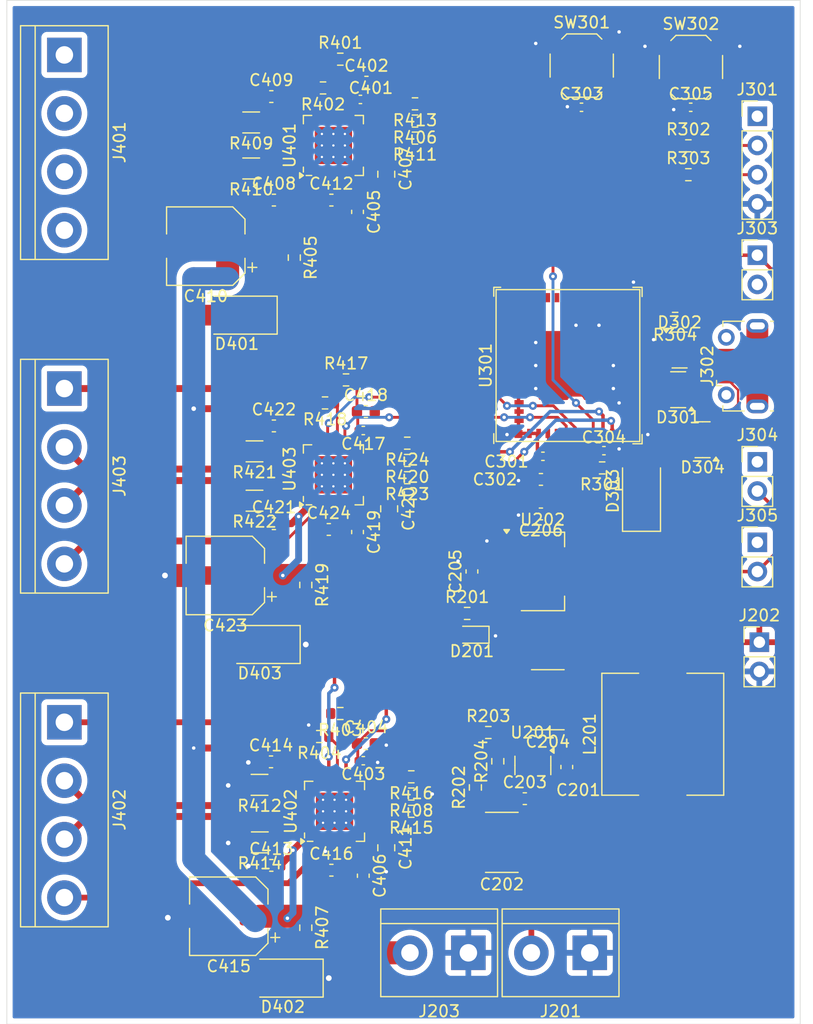
<source format=kicad_pcb>
(kicad_pcb (version 20241229) (generator "pcbnew") (generator_version "9.0")
  (layers (0 "F.Cu" signal) (2 "B.Cu" signal) (13 "F.Paste" user) (15 "B.Paste" user) (5 "F.SilkS" user "F.Silkscreen") (7 "B.SilkS" user "B.Silkscreen") (1 "F.Mask" user) (3 "B.Mask" user) (25 "Edge.Cuts" user))
  (net 0 "")
  (net 1 "+24V")
  (net 2 "GND")
  (net 3 "/Power Supply/BUCK_SW")
  (net 4 "+5V")
  (net 5 "/Power Supply/BUCK_EN")
  (net 6 "/Power Supply/BUCK_FB")
  (net 7 "/Microcontroller/EN")
  (net 8 "/Microcontroller/BOOT")
  (net 9 "/Stepper Drivers/A_VCP")
  (net 10 "/Stepper Drivers/H_VCP")
  (net 11 "/Stepper Drivers/A_VREG")
  (net 12 "/Stepper Drivers/H_VREG")
  (net 13 "/Stepper Drivers/A_CP1")
  (net 14 "/Stepper Drivers/A_CP2")
  (net 15 "/Stepper Drivers/H_CP2")
  (net 16 "/Stepper Drivers/H_CP1")
  (net 17 "/Stepper Drivers/V_VCP")
  (net 18 "/Stepper Drivers/V_VREG")
  (net 19 "/Stepper Drivers/V_CP1")
  (net 20 "/Stepper Drivers/V_CP2")
  (net 21 "/Power Supply/BUCK_BST")
  (net 22 "/Stepper Drivers/A_FLYBACK")
  (net 23 "/Stepper Drivers/H_FLYBACK")
  (net 24 "Net-(D201-A)")
  (net 25 "/Microcontroller/USB_D-")
  (net 26 "/Microcontroller/USB_D+")
  (net 27 "/Microcontroller/+VBUS")
  (net 29 "/Microcontroller/RXD")
  (net 30 "/Microcontroller/TXD")
  (net 40 "/Microcontroller/AGITATION_SWITCH")
  (net 41 "/Microcontroller/VERTICAL_SWITCH")
  (net 42 "/Microcontroller/HORIZONTAL_SWITCH")
  (net 43 "/Stepper Drivers/AGITATE_2A")
  (net 44 "/Stepper Drivers/AGITATE_2B")
  (net 45 "/Stepper Drivers/AGITATE_1B")
  (net 46 "/Stepper Drivers/AGITATE_1A")
  (net 47 "/Stepper Drivers/HORIZONTAL_1A")
  (net 48 "/Stepper Drivers/HORIZONTAL_2A")
  (net 49 "/Stepper Drivers/HORIZONTAL_1B")
  (net 50 "/Stepper Drivers/HORIZONTAL_2B")
  (net 51 "/Stepper Drivers/VERTICAL_1A")
  (net 52 "/Stepper Drivers/VERTICAL_2B")
  (net 53 "/Stepper Drivers/VERTICAL_2A")
  (net 54 "/Stepper Drivers/VERTICAL_1B")
  (net 55 "/Microcontroller/TXD0")
  (net 56 "/Microcontroller/RXD0")
  (net 57 "/Microcontroller/IO8")
  (net 58 "/Stepper Drivers/A_VREF")
  (net 59 "/Stepper Drivers/H_VREF")
  (net 60 "/Stepper Drivers/A_ROSC")
  (net 61 "/Stepper Drivers/H_ROSC")
  (net 62 "/Stepper Drivers/A_SENSE1")
  (net 63 "/Stepper Drivers/A_SENSE2")
  (net 64 "/Stepper Drivers/A_RESET")
  (net 65 "/Stepper Drivers/H_SENSE1")
  (net 66 "/Stepper Drivers/A_SLEEP")
  (net 67 "/Stepper Drivers/H_SENSE2")
  (net 68 "/Stepper Drivers/H_RESET")
  (net 69 "/Stepper Drivers/H_SLEEP")
  (net 70 "/Stepper Drivers/V_VREF")
  (net 71 "/Stepper Drivers/V_ROSC")
  (net 72 "/Stepper Drivers/V_SENSE1")
  (net 73 "/Stepper Drivers/V_SENSE2")
  (net 74 "/Stepper Drivers/V_RESET")
  (net 75 "/Stepper Drivers/V_SLEEP")
  (net 81 "AGITATION_STEP")
  (net 82 "HORIZONTAL_DIR")
  (net 83 "VERTICAL_STEP")
  (net 84 "HORIZONTAL_STEP")
  (net 88 "VERTICAL_DIR")
  (net 90 "AGITATION_DIR")
  (net 106 "+3.3V")
  (net 107 "/Stepper Drivers/V_FLYBACK")
  (net 108 "/Power Supply/DIGITAL_POWER_+24V")
  (footprint "Button_Switch_SMD:SW_Push_1P1T_XKB_TS-1187A" (layer "F.Cu") (at 169 73.675)
    (property "Reference" "SW301")
    (property "Value" "SW_Push")
  )
  (footprint "Package_TO_SOT_SMD:SOT-23" (layer "F.Cu") (at 179.5125 106.2 180)
    (property "Reference" "D304")
    (property "Value" "PSM712-LF-T7")
  )
  (footprint "Capacitor_SMD:C_0603_1608Metric" (layer "F.Cu") (at 147 114)
    (property "Reference" "C424")
    (property "Value" "100n")
  )
  (footprint "Capacitor_SMD:C_0603_1608Metric" (layer "F.Cu") (at 165.45 112.65 180)
    (property "Reference" "C206")
    (property "Value" "22u")
  )
  (footprint "Capacitor_SMD:CP_Elec_6.3x7.7" (layer "F.Cu") (at 136.3 89.37 180)
    (property "Reference" "C410")
    (property "Value" "100u")
  )
  (footprint "Capacitor_SMD:C_0402_1005Metric" (layer "F.Cu") (at 150 134.1 180)
    (property "Reference" "C403")
    (property "Value" "100n")
  )
  (footprint "TerminalBlock:TerminalBlock_bornier-4_P5.08mm" (layer "F.Cu") (at 124 72.75 -90)
    (property "Reference" "J401")
    (property "Value" "Conn_01x04")
  )
  (footprint "Diode_SMD:D_SMA" (layer "F.Cu") (at 174.2 110.65 90)
    (property "Reference" "D303")
    (property "Value" "SS14")
  )
  (footprint "Capacitor_SMD:C_0603_1608Metric" (layer "F.Cu") (at 159.45 117.65 90)
    (property "Reference" "C205")
    (property "Value" "22u")
  )
  (footprint "Resistor_SMD:R_0603_1608Metric" (layer "F.Cu") (at 146.5 75.62 180)
    (property "Reference" "R402")
    (property "Value" "4k7")
  )
  (footprint "Resistor_SMD:R_0603_1608Metric" (layer "F.Cu") (at 145 148.62 -90)
    (property "Reference" "R407")
    (property "Value" "10k")
  )
  (footprint "Capacitor_SMD:C_0603_1608Metric" (layer "F.Cu") (at 147.225 85.37)
    (property "Reference" "C412")
    (property "Value" "100n")
  )
  (footprint "Capacitor_SMD:CP_Elec_6.3x7.7" (layer "F.Cu") (at 138.3 147.62 180)
    (property "Reference" "C415")
    (property "Value" "100u")
  )
  (footprint "Resistor_SMD:R_0603_1608Metric" (layer "F.Cu") (at 146.175 132 180)
    (property "Reference" "R404")
    (property "Value" "4k7")
  )
  (footprint "Connector_PinHeader_2.54mm:PinHeader_1x04_P2.54mm_Vertical" (layer "F.Cu") (at 184.275 78.08)
    (property "Reference" "J301")
    (property "Value" "Conn_01x04")
  )
  (footprint "Capacitor_SMD:C_0402_1005Metric" (layer "F.Cu") (at 150 105.4 180)
    (property "Reference" "C417")
    (property "Value" "100n")
  )
  (footprint "Package_TO_SOT_SMD:SOT-23" (layer "F.Cu") (at 177.3875 101.85 180)
    (property "Reference" "D301")
    (property "Value" "PSM712-LF-T7")
  )
  (footprint "Resistor_SMD:R_0603_1608Metric" (layer "F.Cu") (at 154.5 79.98 180)
    (property "Reference" "R411")
    (property "Value" "10k")
  )
  (footprint "TerminalBlock:TerminalBlock_bornier-4_P5.08mm" (layer "F.Cu") (at 124 101.75 -90)
    (property "Reference" "J403")
    (property "Value" "Conn_01x04")
  )
  (footprint "Connector_PinHeader_2.54mm:PinHeader_1x02_P2.54mm_Vertical" (layer "F.Cu") (at 184.275 108.12)
    (property "Reference" "J304")
    (property "Value" "Conn_01x02")
  )
  (footprint "Capacitor_SMD:C_0402_1005Metric" (layer "F.Cu") (at 149.75 76.62 180)
    (property "Reference" "C401")
    (property "Value" "100n")
  )
  (footprint "Resistor_SMD:R_0603_1608Metric" (layer "F.Cu") (at 160.875 131.65)
    (property "Reference" "R203")
    (property "Value" "68k")
  )
  (footprint "Resistor_SMD:R_0603_1608Metric" (layer "F.Cu") (at 159.035 121.3)
    (property "Reference" "R201")
    (property "Value" "5k1")
  )
  (footprint "Resistor_SMD:R_0603_1608Metric" (layer "F.Cu") (at 146.675 103 180)
    (property "Reference" "R418")
    (property "Value" "4k7")
  )
  (footprint "Capacitor_SMD:C_2220_5750Metric" (layer "F.Cu") (at 166.05 128.8 180)
    (property "Reference" "C204")
    (property "Value" "22u")
  )
  (footprint "LED_SMD:LED_0603_1608Metric" (layer "F.Cu") (at 159.45 123.15 180)
    (property "Reference" "D201")
    (property "Value" "RED")
  )
  (footprint "Resistor_SMD:R_0603_1608Metric" (layer "F.Cu") (at 148 130 180)
    (property "Reference" "R403")
    (property "Value" "18k")
  )
  (footprint "Resistor_SMD:R_0603_1608Metric" (layer "F.Cu") (at 178.275 80.65)
    (property "Reference" "R302")
    (property "Value" "0R")
  )
  (footprint "Resistor_SMD:R_1206_3216Metric" (layer "F.Cu") (at 140.5375 111.5 180)
    (property "Reference" "R422")
    (property "Value" "75m")
  )
  (footprint "Connector_PinHeader_2.54mm:PinHeader_1x02_P2.54mm_Vertical" (layer "F.Cu") (at 184.275 115.12)
    (property "Reference" "J305")
    (property "Value" "Conn_01x02")
  )
  (footprint "Capacitor_SMD:C_0805_2012Metric" (layer "F.Cu") (at 152 141.67 -90)
    (property "Reference" "C411")
    (property "Value" "220n")
  )
  (footprint "Capacitor_SMD:C_0402_1005Metric" (layer "F.Cu") (at 170.93 107.15)
    (property "Reference" "C304")
    (property "Value" "1u")
  )
  (footprint "Connector_PinHeader_2.54mm:PinHeader_1x02_P2.54mm_Vertical" (layer "F.Cu") (at 184.275 90.16)
    (property "Reference" "J303")
    (property "Value" "Conn_01x02")
  )
  (footprint "Resistor_SMD:R_1206_3216Metric" (layer "F.Cu") (at 140.5375 107.21 180)
    (property "Reference" "R421")
    (property "Value" "75m")
  )
  (footprint "Capacitor_SMD:C_0402_1005Metric" (layer "F.Cu") (at 165.625 107.64)
    (property "Reference" "C301")
    (property "Value" "100n")
  )
  (footprint "Capacitor_SMD:C_2220_5750Metric" (layer "F.Cu") (at 162.05 141.2 180)
    (property "Reference" "C202")
    (property "Value" "22u")
  )
  (footprint "Diode_SMD:D_SMA" (layer "F.Cu") (at 141 124 180)
    (property "Reference" "D403")
    (property "Value" "SMAJ28A")
  )
  (footprint "Capacitor_SMD:C_0603_1608Metric" (layer "F.Cu") (at 142.225 113.5)
    (property "Reference" "C421")
    (property "Value" "100n")
  )
  (footprint "Capacitor_SMD:C_0805_2012Metric" (layer "F.Cu") (at 152 83.12 -90)
    (property "Reference" "C407")
    (property "Value" "220n")
  )
  (footprint "Resistor_SMD:R_1206_3216Metric" (layer "F.Cu") (at 140.25 78.62 180)
    (property "Reference" "R409")
    (property "Value" "75m")
  )
  (footprint "Resistor_SMD:R_0603_1608Metric" (layer "F.Cu") (at 159.75 136.425 90)
    (property "Reference" "R202")
    (property "Value" "100k")
  )
  (footprint "Resistor_SMD:R_0603_1608Metric" (layer "F.Cu") (at 148 73.12)
    (property "Reference" "R401")
    (property "Value" "10k")
  )
  (footprint "Package_DFN_QFN:QFN-28-1EP_5x5mm_P0.5mm_EP3.25x3.25mm_ThermalVias" (layer "F.Cu") (at 147.4 80.62 90)
    (property "Reference" "U401")
    (property "Value" "A4988")
  )
  (footprint "Resistor_SMD:R_0603_1608Metric" (layer "F.Cu") (at 178.275 83.16)
    (property "Reference" "R303")
    (property "Value" "0R")
  )
  (footprint "Capacitor_SMD:C_0603_1608Metric" (layer "F.Cu") (at 150 144.1 -90)
    (property "Reference" "C406")
    (property "Value" "100n")
  )
  (footprint "TerminalBlock:TerminalBlock_bornier-2_P5.08mm" (layer "F.Cu") (at 159.14 150.8 180)
    (property "Reference" "J203")
    (property "Value" "Conn_01x02")
  )
  (footprint "Inductor_SMD:L_10.4x10.4_H4.8" (layer "F.Cu") (at 176.05 131.8 90)
    (property "Reference" "L201")
    (property "Value" "22u")
  )
  (footprint "Connector_USB:USB_Micro-B_Molex-105017-0001" (layer "F.Cu") (at 183.0375 99.8 90)
    (property "Reference" "J302")
    (property "Value" "USB_B_Micro")
  )
  (footprint "Capacitor_SMD:C_0603_1608Metric" (layer "F.Cu") (at 149.5 114.225 -90)
    (property "Reference" "C419")
    (property "Value" "100n")
  )
  (footprint "Diode_SMD:D_SMA" (layer "F.Cu") (at 143 153 180)
    (property "Reference" "D402")
    (property "Value" "SMAJ28A")
  )
  (footprint "Capacitor_SMD:C_0603_1608Metric" (layer "F.Cu") (at 142 76.37)
    (property "Reference" "C409")
    (property "Value" "100n")
  )
  (footprint "Resistor_SMD:R_0603_1608Metric" (layer "F.Cu") (at 153.825 106.5 180)
    (property "Reference" "R424")
    (property "Value" "100k")
  )
  (footprint "Capacitor_SMD:C_0603_1608Metric" (layer "F.Cu") (at 142.225 105)
    (property "Reference" "C422")
    (property "Value" "100n")
  )
  (footprint "Resistor_SMD:R_0603_1608Metric" (layer "F.Cu") (at 153.825 109.5 180)
    (property "Reference" "R423")
    (property "Value" "10k")
  )
  (footprint "Package_TO_SOT_SMD:SOT-223-3_TabPin2" (layer "F.Cu") (at 165.6 117.65)
    (property "Reference" "U202")
    (property "Value" "AMS1117")
  )
  (footprint "Package_TO_SOT_SMD:SOT-23-6" (layer "F.Cu") (at 164.75 134.5125 -90)
    (property "Reference" "U201")
    (property "Value" "TP6841S6")
  )
  (footprint "Capacitor_SMD:C_0402_1005Metric" (layer "F.Cu") (at 178.48 77.3)
    (property "Reference" "C305")
    (property "Value" "100n")
  )
  (footprint "Resistor_SMD:R_0603_1608Metric" (layer "F.Cu") (at 148.5 101)
    (property "Reference" "R417")
    (property "Value" "12k")
  )
  (footprint "Package_DFN_QFN:QFN-28-1EP_5x5mm_P0.5mm_EP3.25x3.25mm_ThermalVias" (layer "F.Cu") (at 147.4 109.25 90)
    (property "Reference" "U403")
    (property "Value" "A4988")
  )
  (footprint "TerminalBlock:TerminalBlock_bornier-4_P5.08mm" (layer "F.Cu") (at 124 130.76 -90)
    (property "Reference" "J402")
    (property "Value" "Conn_01x04")
  )
  (footprint "Package_DFN_QFN:QFN-28-1EP_5x5mm_P0.5mm_EP3.25x3.25mm_ThermalVias" (layer "F.Cu") (at 147.5 138.5 90)
    (property "Reference" "U402")
    (property "Value" "A4988")
  )
  (footprint "Capacitor_SMD:C_0603_1608Metric" (layer "F.Cu") (at 142.225 85.37)
    (property "Reference" "C408")
    (property "Value" "100n")
  )
  (footprint "Package_TO_SOT_SMD:SOT-23" (layer "F.Cu") (at 177.5125 98.4)
    (property "Reference" "D302")
    (property "Value" "PSM712-LF-T7")
  )
  (footprint "Capacitor_SMD:C_0603_1608Metric" (layer "F.Cu") (at 147.225 143.62)
    (property "Reference" "C416")
    (property "Value" "100n")
  )
  (footprint "Resistor_SMD:R_1206_3216Metric" (layer "F.Cu") (at 140.975 136.2 180)
    (property "Reference" "R412")
    (property "Value" "75m")
  )
  (footprint "Resistor_SMD:R_0603_1608Metric" (layer "F.Cu") (at 177.125 95.65 180)
    (property "Reference" "R304")
    (property "Value" "10k")
  )
  (footprint "Capacitor_SMD:C_0603_1608Metric" (layer "F.Cu") (at 167.7 134.65 90)
    (property "Reference" "C201")
    (property "Value" "100n")
  )
  (footprint "Espressif:ESP32-C6-MINI-1U" (layer "F.Cu") (at 165.75 99.75 90)
    (property "Reference" "U301")
    (property "Value" "ESP32-C6-MINI-1")
  )
  (footprint "Capacitor_SMD:C_0603_1608Metric" (layer "F.Cu") (at 165.45 109.65 180)
    (property "Reference" "C302")
    (property "Value" "22u")
  )
  (footprint "Capacitor_SMD:C_0402_1005Metric" (layer "F.Cu") (at 168.98 77.3)
    (property "Reference" "C303")
    (property "Value" "100n")
  )
  (footprint "Resistor_SMD:R_0603_1608Metric" (layer "F.Cu") (at 161.7 134.15 90)
    (property "Reference" "R204")
    (property "Value" "13k")
  )
  (footprint "Resistor_SMD:R_0603_1608Metric" (layer "F.Cu") (at 170.775 108.65 180)
    (property "Reference" "R301")
    (property "Value" "10k")
  )
  (footprint "Resistor_SMD:R_0603_1608Metric" (layer "F.Cu") (at 154.175 135.5 180)
    (property "Reference" "R416")
    (property "Value" "100k")
  )
  (footprint "Resistor_SMD:R_1206_3216Metric" (layer "F.Cu") (at 140.25 82.62 180)
    (property "Reference" "R410")
    (property "Value" "75m")
  )
  (footprint "TerminalBlock:TerminalBlock_bornier-2_P5.08mm" (layer "F.Cu") (at 169.7 150.8 180)
    (property "Reference" "J201")
    (property "Value" "Conn_01x02")
  )
  (footprint "Button_Switch_SMD:SW_Push_1P1T_XKB_TS-1187A" (layer "F.Cu") (at 178.5 73.8)
    (property "Reference" "SW302")
    (property "Value" "SW_Push")
  )
  (footprint "Capacitor_SMD:C_0603_1608Metric" (layer "F.Cu") (at 150.225 132.62)
    (property "Reference" "C404")
    (property "Value" "22u")
  )
  (footprint "Resistor_SMD:R_0603_1608Metric" (layer "F.Cu") (at 154.5 77 180)
    (property "Reference" "R413")
    (property "Value" "100k")
  )
  (footprint "Resistor_SMD:R_0603_1608Metric" (layer "F.Cu") (at 145 118.825 -90)
    (property "Reference" "R419")
    (property "Value" "10k")
  )
  (footprint "Capacitor_SMD:C_0603_1608Metric" (layer "F.Cu") (at 141.975 134.2)
    (property "Reference" "C414")
    (property "Value" "100n")
  )
  (footprint "Resistor_SMD:R_0603_1608Metric" (layer "F.Cu") (at 153.825 108 180)
    (property "Reference" "R420")
    (property "Value" "24k")
  )
  (footprint "Capacitor_SMD:C_0603_1608Metric" (layer "F.Cu") (at 164.05 137.4)
    (property "Reference" "C203")
    (property "Value" "100n")
  )
  (footprint "Capacitor_SMD:C_0603_1608Metric" (layer "F.Cu") (at 150.275 75.12)
    (property "Reference" "C402")
    (property "Value" "22u")
  )
  (footprint "Resistor_SMD:R_0603_1608Metric" (layer "F.Cu") (at 154.175 137 180)
    (property "Reference" "R408")
    (property "Value" "24k")
  )
  (footprint "Diode_SMD:D_SMA" (layer "F.Cu") (at 139 95.37 180)
    (property "Reference" "D401")
    (property "Value" "SMAJ28A")
  )
  (footprint "Resistor_SMD:R_1206_3216Metric" (layer "F.Cu") (at 141 141.2 180)
    (property "Reference" "R414")
    (property "Value" "75m")
  )
  (footprint "Resistor_SMD:R_0603_1608Metric" (layer "F.Cu") (at 154.175 138.5 180)
    (property "Reference" "R415")
    (property "Value" "10k")
  )
  (footprint "Connector_PinHeader_2.54mm:PinHeader_1x02_P2.54mm_Vertical" (layer "F.Cu") (at 184.45 123.8)
    (property "Reference" "J202")
    (property "Value" "Conn_01x02")
  )
  (footprint "Capacitor_SMD:C_0603_1608Metric" (layer "F.Cu") (at 149.5 86.395 -90)
    (property "Reference" "C405")
    (property "Value" "100n")
  )
  (footprint "Capacitor_SMD:C_0603_1608Metric" (layer "F.Cu") (at 150.225 103.75)
    (property "Reference" "C418")
    (property "Value" "22u")
  )
  (footprint "Capacitor_SMD:CP_Elec_6.3x7.7" (layer "F.Cu") (at 138 118 180)
    (property "Reference" "C423")
    (property "Value" "100u")
  )
  (footprint "Capacitor_SMD:C_0603_1608Metric" (layer "F.Cu") (at 142 143.2)
    (property "Reference" "C413")
    (property "Value" "100n")
  )
  (footprint "Resistor_SMD:R_0603_1608Metric" (layer "F.Cu") (at 144 90.37 -90)
    (property "Reference" "R405")
    (property "Value" "10k")
  )
  (footprint "Resistor_SMD:R_0603_1608Metric" (layer "F.Cu") (at 154.5 78.5 180)
    (property "Reference" "R406")
    (property "Value" "24k")
  )
  (footprint "Capacitor_SMD:C_0805_2012Metric" (layer "F.Cu") (at 152.25 112.2 -90)
    (property "Reference" "C420")
    (property "Value" "220n")
  )
  (gr_line (start 188 68) (end 119 68) (stroke (width 0.05)) (layer "Edge.Cuts"))
  (gr_line (start 119 69) (end 119 157) (stroke (width 0.05)) (layer "Edge.Cuts"))
  (gr_line (start 119 68) (end 119 69) (stroke (width 0.05)) (layer "Edge.Cuts"))
  (gr_line (start 119 157) (end 188 157) (stroke (width 0.05)) (layer "Edge.Cuts"))
  (gr_line (start 188 157) (end 188 68) (stroke (width 0.05)) (layer "Edge.Cuts"))
  (segment (start 143.825 89.37) (end 144 89.545) (width 2) (layer "F.Cu") (net 1))
  (segment (start 144 105) (end 145 106) (width 0.6) (layer "F.Cu") (net 1))
  (segment (start 145 112.25) (end 145 111.75) (width 0.6) (layer "F.Cu") (net 1))
  (segment (start 150.6 150.8) (end 147.595 147.795) (width 2) (layer "F.Cu") (net 1))
  (segment (start 143 105) (end 144 105) (width 0.6) (layer "F.Cu") (net 1))
  (segment (start 138.2 90.17) (end 139 89.37) (width 2) (layer "F.Cu") (net 1))
  (segment (start 147.595 147.28) (end 149.899 144.976) (width 1) (layer "F.Cu") (net 1))
  (segment (start 143 105) (end 141.5 103.5) (width 0.6) (layer "F.Cu") (net 1))
  (segment (start 144.5 112.75) (end 145 112.25) (width 0.6) (layer "F.Cu") (net 1))
  (segment (start 143.8875 141.8875) (end 145.1 140.675) (width 0.6) (layer "F.Cu") (net 1))
  (segment (start 145 106) (end 145 106.5) (width 0.6) (layer "F.Cu") (net 1))
  (segment (start 145 110.75) (end 145 112.25) (width 0.25) (layer "F.Cu") (net 1))
  (segment (start 139 89.37) (end 143.825 89.37) (width 2) (layer "F.Cu") (net 1))
  (segment (start 145.1 140.675) (end 145.1 140.126) (width 0.6) (layer "F.Cu") (net 1))
  (segment (start 138.2 121.2) (end 138.2 120.5) (width 2) (layer "F.Cu") (net 1))
  (segment (start 141 147.62) (end 144.825 147.62) (width 2) (layer "F.Cu") (net 1))
  (segment (start 147.595 147.795) (end 145 147.795) (width 2) (layer "F.Cu") (net 1))
  (segment (start 143.75 113.5) (end 144.375 112.875) (width 0.6) (layer "F.Cu") (net 1))
  (segment (start 142.75 134.2) (end 145.1 136.55) (width 0.6) (layer "F.Cu") (net 1))
  (segment (start 144.375 112.875) (end 144.5 112.75) (width 0.6) (layer "F.Cu") (net 1))
  (segment (start 145 107.75) (end 145 106.5) (width 0.25) (layer "F.Cu") (net 1))
  (segment (start 145 106.5) (end 145 106.75) (width 0.6) (layer "F.Cu") (net 1))
  (segment (start 144.825 147.62) (end 145 147.795) (width 2) (layer "F.Cu") (net 1))
  (segment (start 141.5 103.5) (end 135.25 103.5) (width 0.6) (layer "F.Cu") (net 1))
  (segment (start 143 118) (end 145 118) (width 2) (layer "F.Cu") (net 1))
  (segment (start 150.6 150.8) (end 154.06 150.8) (width 2) (layer "F.Cu") (net 1))
  (segment (start 143 113.5) (end 143.75 113.5) (width 0.6) (layer "F.Cu") (net 1))
  (segment (start 138.2 120.5) (end 140.7 118) (width 2) (layer "F.Cu") (net 1))
  (segment (start 141.55 133) (end 135.25 133) (width 0.6) (layer "F.Cu") (net 1))
  (segment (start 142.775 143.2) (end 143.8875 142.0875) (width 0.6) (layer "F.Cu") (net 1))
  (segment (start 145.1 136.55) (end 145.1 136.874) (width 0.6) (layer "F.Cu") (net 1))
  (segment (start 140.7 118) (end 143 118) (width 2) (layer "F.Cu") (net 1))
  (segment (start 138.2 92.2) (end 138.2 90.17) (width 2) (layer "F.Cu") (net 1))
  (segment (start 142.75 134.2) (end 141.55 133) (width 0.6) (layer "F.Cu") (net 1))
  (via (at 143 118) (size 0.7) (drill 0.3) (layers "F.Cu" "B.Cu") (net 1))
  (via (at 143.4 147.795) (size 0.7) (drill 0.3) (layers "F.Cu" "B.Cu") (net 1))
  (via (at 143.8875 141.8875) (size 0.7) (drill 0.3) (layers "F.Cu" "B.Cu") (net 1))
  (via (at 135.25 133) (size 0.7) (drill 0.3) (layers "F.Cu" "B.Cu") (net 1))
  (via (at 135.25 103.5) (size 1) (drill 0.4) (layers "F.Cu" "B.Cu") (net 1))
  (via (at 144.375 112.875) (size 0.7) (drill 0.3) (layers "F.Cu" "B.Cu") (net 1))
  (segment (start 144.375 116.625) (end 143 118) (width 0.6) (layer "B.Cu") (net 1))
  (segment (start 135.25 142.65) (end 135.25 133) (width 2) (layer "B.Cu") (net 1))
  (segment (start 143.8875 147.3075) (end 143.4 147.795) (width 0.6) (layer "B.Cu") (net 1))
  (segment (start 135.25 103.5) (end 135.25 92.2) (width 2) (layer "B.Cu") (net 1))
  (segment (start 135.25 92.2) (end 138.2 92.2) (width 2) (layer "B.Cu") (net 1))
  (segment (start 140.6 148) (end 135.25 142.65) (width 2) (layer "B.Cu") (net 1))
  (segment (start 143.8875 141.8875) (end 143.8875 147.3075) (width 0.6) (layer "B.Cu") (net 1))
  (segment (start 135.25 133) (end 135.25 103.5) (width 2) (layer "B.Cu") (net 1))
  (segment (start 144.375 112.875) (end 144.375 116.625) (width 0.6) (layer "B.Cu") (net 1))
  (segment (start 145.35 131.1) (end 145.25 131) (width 0.3) (layer "F.Cu") (net 2))
  (segment (start 145 153) (end 147 153) (width 2) (layer "F.Cu") (net 2))
  (segment (start 172 71.8) (end 172 71) (width 0.3) (layer "F.Cu") (net 2))
  (segment (start 173.4 105.7) (end 174.7 105.7) (width 0.3) (layer "F.Cu") (net 2))
  (segment (start 170.425 97.775) (end 170.425 96.325) (width 0.3) (layer "F.Cu") (net 2))
  (segment (start 151.87 132.62) (end 152 132.75) (width 0.3) (layer "F.Cu") (net 2))
  (segment (start 175.3 97.45) (end 175.25 97.5) (width 0.3) (layer "F.Cu") (net 2))
  (segment (start 173.35 105.65) (end 173.4 105.7) (width 0.3) (layer "F.Cu") (net 2))
  (segment (start 164.6 97.35) (end 165 97.75) (width 0.3) (layer "F.Cu") (net 2))
  (segment (start 138.3 141.2) (end 138.25 141.25) (width 0.6) (layer "F.Cu") (net 2))
  (segment (start 166.475 97.775) (end 165.025 97.775) (width 0.3) (layer "F.Cu") (net 2))
  (segment (start 141.2 134.2) (end 140.05 134.2) (width 0.6) (layer "F.Cu") (net 2))
  (segment (start 155 137) (end 156 137) (width 0.3) (layer "F.Cu") (net 2))
  (segment (start 174.575 71.925) (end 174.5 72) (width 0.3) (layer "F.Cu") (net 2))
  (segment (start 168.45 97.775) (end 168.45 96.3) (width 0.3) (layer "F.Cu") (net 2))
  (segment (start 165.025 97.775) (end 165 97.75) (width 0.3) (layer "F.Cu") (net 2))
  (segment (start 138.3 136.2) (end 138.25 136.25) (width 0.6) (layer "F.Cu") (net 2))
  (segment (start 146.5 140.9) (end 147 140.9) (width 0.2) (layer "F.Cu") (net 2))
  (segment (start 141.225 143.2) (end 140.05 143.2) (width 0.6) (layer "F.Cu") (net 2))
  (segment (start 175.5 71.925) (end 174.575 71.925) (width 0.3) (layer "F.Cu") (net 2))
  (segment (start 147 141.6) (end 146.62136 141.97864) (width 0.2) (layer "F.Cu") (net 2))
  (segment (start 178 77.3) (end 177.2 77.3) (width 0.3) (layer "F.Cu") (net 2))
  (segment (start 164.6 101.35) (end 165 101.75) (width 0.3) (layer "F.Cu") (net 2))
  (segment (start 158.375 116.875) (end 158.25 116.75) (width 0.3) (layer "F.Cu") (net 2))
  (segment (start 161.1 115.35) (end 160.75 115) (width 0.3) (layer "F.Cu") (net 2))
  (segment (start 164.675 109.65) (end 163.6 109.65) (width 0.3) (layer "F.Cu") (net 2))
  (segment (start 165.145 105.755) (end 165.25 105.65) (width 0.3) (layer "F.Cu") (net 2))
  (segment (start 172.45 105.65) (end 173.35 105.65) (width 0.3) (layer "F.Cu") (net 2))
  (segment (start 160.2375 123.15) (end 161.4 123.15) (width 0.3) (layer "F.Cu") (net 2))
  (segment (start 166.475 99.75) (end 165 99.75) (width 0.3) (layer "F.Cu") (net 2))
  (segment (start 133.13 147.62) (end 133 147.75) (width 2) (layer "F.Cu") (net 2))
  (segment (start 135.3 118) (end 132.75 118) (width 2) (layer "F.Cu") (net 2))
  (segment (start 163.5 105.7) (end 162.55 105.7) (width 0.3) (layer "F.Cu") (net 2))
  (segment (start 145.35 132) (end 145.35 131.1) (width 0.3) (layer "F.Cu") (net 2))
  (segment (start 165.05 71.8) (end 165 71.75) (width 0.3) (layer "F.Cu") (net 2))
  (segment (start 168.45 96.3) (end 168.5 96.25) (width 0.3) (layer "F.Cu") (net 2))
  (segment (start 182.675 71.925) (end 182.75 72) (width 0.3) (layer "F.Cu") (net 2))
  (segment (start 140.05 134.2) (end 140 134.25) (width 0.6) (layer "F.Cu") (net 2))
  (segment (start 139.5375 141.2) (end 138.3 141.2) (width 0.6) (layer "F.Cu") (net 2))
  (segment (start 166.475 101.725) (end 165.025 101.725) (width 0.3) (layer "F.Cu") (net 2))
  (segment (start 173.35 102.95) (end 172.3 102.95) (width 0.3) (layer "F.Cu") (net 2))
  (segment (start 139.5125 136.2) (end 138.3 136.2) (width 0.6) (layer "F.Cu") (net 2))
  (segment (start 151.1 134.1) (end 151.25 134.25) (width 0.3) (layer "F.Cu") (net 2))
  (segment (start 150.48 134.1) (end 151.1 134.1) (width 0.3) (layer "F.Cu") (net 2))
  (segment (start 174.7 105.7) (end 174.75 105.75) (width 0.3) (layer "F.Cu") (net 2))
  (segment (start 147 140.9) (end 147 141.6) (width 0.2) (layer "F.Cu") (net 2))
  (segment (start 165.025 101.725) (end 165 101.75) (width 0.3) (layer "F.Cu") (net 2))
  (segment (start 163.55 97.35) (end 164.6 97.35) (width 0.3) (layer "F.Cu") (net 2))
  (segment (start 143 124) (end 145 124) (width 2) (layer "F.Cu") (net 2))
  (segment (start 168.5 77.3) (end 167.8 77.3) (width 0.3) (layer "F.Cu") (net 2))
  (segment (start 163.55 105.65) (end 163.5 105.7) (width 0.3) (layer "F.Cu") (net 2))
  (segment (start 170.425 96.325) (end 170.5 96.25) (width 0.3) (layer "F.Cu") (net 2))
  (segment (start 167.8 77.3) (end 167.75 77.25) (width 0.3) (layer "F.Cu") (net 2))
  (segment (start 163.6 109.65) (end 163.5 109.75) (width 0.3) (layer "F.Cu") (net 2))
  (segment (start 151 132.62) (end 151.87 132.62) (width 0.3) (layer "F.Cu") (net 2))
  (segment (start 181.5 71.925) (end 182.675 71.925) (width 0.3) (layer "F.Cu") (net 2))
  (segment (start 172.3 102.95) (end 172.25 103) (width 0.3) (layer "F.Cu") (net 2))
  (segment (start 159.45 116.875) (end 158.375 116.875) (width 0.3) (layer "F.Cu") (net 2))
  (segment (start 163.6 112.65) (end 163.5 112.75) (width 0.3) (layer "F.Cu") (net 2))
  (segment (start 166 71.8) (end 165.05 71.8) (width 0.3) (layer "F.Cu") (net 2))
  (segment (start 170.425 99.75) (end 171.75 99.75) (width 0.3) (layer "F.Cu") (net 2))
  (segment (start 165.145 107.64) (end 165.145 105.755) (width 0.3) (layer "F.Cu") (net 2))
  (segment (start 161.4 123.15) (end 161.5 123.25) (width 0.3) (layer "F.Cu") (net 2))
  (segment (start 162.45 115.35) (end 161.1 115.35) (width 0.3) (layer "F.Cu") (net 2))
  (segment (start 163.5 93.8) (end 163.5 105.7) (width 0.3) (layer "F.Cu") (net 2))
  (segment (start 140.05 143.2) (end 140 143.25) (width 0.6) (layer "F.Cu") (net 2))
  (segment (start 163.55 99.75) (end 165 99.75) (width 0.3) (layer "F.Cu") (net 2))
  (segment (start 171.725 101.725) (end 171.75 101.75) (width 0.3) (layer "F.Cu") (net 2))
  (segment (start 146.62136 141.97864) (end 146.7 141.97864) (width 0.2) (layer "F.Cu") (net 2))
  (segment (start 170.425 101.725) (end 171.725 101.725) (width 0.3) (layer "F.Cu") (net 2))
  (segment (start 164.675 109.65) (end 164.675 108.11) (width 0.3) (layer "F.Cu") (net 2))
  (segment (start 173.4 92.6) (end 173.5 92.5) (width 0.3) (layer "F.Cu") (net 2))
  (segment (start 172 71) (end 172.25 70.75) (width 0.3) (layer "F.Cu") (net 2))
  (segment (start 171.41 107.15) (end 172.1 107.15) (width 0.3) (layer "F.Cu") (net 2))
  (segment (start 164.675 108.11) (end 165.145 107.64) (width 0.3) (layer "F.Cu") (net 2))
  (segment (start 173.4 93.8) (end 173.4 92.6) (width 0.3) (layer "F.Cu") (net 2))
  (segment (start 172.1 107.15) (end 172.25 107) (width 0.3) (layer "F.Cu") (net 2))
  (segment (start 165.25 105.65) (end 163.55 105.65) (width 0.3) (layer "F.Cu") (net 2))
  (segment (start 163.55 101.35) (end 164.6 101.35) (width 0.3) (layer "F.Cu") (net 2))
  (segment (start 177.2 77.3) (end 177 77.5) (width 0.3) (layer "F.Cu") (net 2))
  (segment (start 135.6 147.62) (end 133.13 147.62) (width 2) (layer "F.Cu") (net 2))
  (segment (start 176.575 97.45) (end 175.3 97.45) (width 0.3) (layer "F.Cu") (net 2))
  (segment (start 152 142.62) (end 152 143.75) (width 0.3) (layer "F.Cu") (net 2))
  (segment (start 162.55 105.7) (end 162.5 105.75) (width 0.3) (layer "F.Cu") (net 2))
  (segment (start 164.675 112.65) (end 163.6 112.65) (width 0.3) (layer "F.Cu") (net 2))
  (via (at 177 77.5) (size 0.7) (drill 0.3) (layers "F.Cu" "B.Cu") (net 2))
  (via (at 158.25 116.75) (size 0.7) (drill 0.3) (layers "F.Cu" "B.Cu") (net 2))
  (via (at 145.25 131) (size 0.7) (drill 0.3) (layers "F.Cu" "B.Cu") (net 2))
  (via (at 133 147.75) (size 1) (drill 0.5) (layers "F.Cu" "B.Cu") (net 2))
  (via (at 138.25 141.25) (size 1) (drill 0.4) (layers "F.Cu" "B.Cu") (net 2))
  (via (at 173.5 92.5) (size 0.7) (drill 0.3) (layers "F.Cu" "B.Cu") (net 2))
  (via (at 174.75 105.75) (size 0.7) (drill 0.3) (layers "F.Cu" "B.Cu") (net 2))
  (via (at 171.75 101.75) (size 0.7) (drill 0.3) (layers "F.Cu" "B.Cu") (net 2))
  (via (at 152 143.75) (size 0.7) (drill 0.3) (layers "F.Cu" "B.Cu") (net 2))
  (via (at 138.25 136.25) (size 1) (drill 0.4) (layers "F.Cu" "B.Cu") (net 2))
  (via (at 160.75 115) (size 0.7) (drill 0.3) (layers "F.Cu" "B.Cu") (net 2))
  (via (at 170.5 96.25) (size 0.7) (drill 0.3) (layers "F.Cu" "B.Cu") (net 2))
  (via (at 171.75 99.75) (size 0.7) (drill 0.3) (layers "F.Cu" "B.Cu") (net 2))
  (via (at 140 134.25) (size 1) (drill 0.4) (layers "F.Cu" "B.Cu") (net 2))
  (via (at 165 99.75) (size 0.7) (drill 0.3) (layers "F.Cu" "B.Cu") (net 2))
  (via (at 172.25 107) (size 0.7) (drill 0.3) (layers "F.Cu" "B.Cu") (net 2))
  (via (at 162.5 105.75) (size 0.7) (drill 0.3) (layers "F.Cu" "B.Cu") (net 2))
  (via (at 140 143.25) (size 1) (drill 0.4) (layers "F.Cu" "B.Cu") (net 2))
  (via (at 145 124) (size 1) (drill 0.5) (layers "F.Cu" "B.Cu") (net 2))
  (via (at 172.25 103) (size 0.7) (drill 0.3) (layers "F.Cu" "B.Cu") (net 2))
  (via (at 165 101.75) (size 0.7) (drill 0.3) (layers "F.Cu" "B.Cu") (net 2))
  (via (at 182.75 72) (size 0.7) (drill 0.3) (layers "F.Cu" "B.Cu") (net 2))
  (via (at 163.5 109.75) (size 0.7) (drill 0.3) (layers "F.Cu" "B.Cu") (net 2))
  (via (at 132.75 118) (size 1) (drill 0.5) (layers "F.Cu" "B.Cu") (net 2))
  (via (at 174.5 72) (size 0.7) (drill 0.3) (layers "F.Cu" "B.Cu") (net 2))
  (via (at 152 132.75) (size 0.7) (drill 0.3) (layers "F.Cu" "B.Cu") (net 2))
  (via (at 156 137) (size 0.7) (drill 0.3) (layers "F.Cu" "B.Cu") (net 2))
  (via (at 147 153) (size 1) (drill 0.5) (layers "F.Cu" "B.Cu") (net 2))
  (via (at 165 97.75) (size 0.7) (drill 0.3) (layers "F.Cu" "B.Cu") (net 2))
  (via (at 172.25 70.75) (size 0.7) (drill 0.3) (layers "F.Cu" "B.Cu") (net 2))
  (via (at 163.5 112.75) (size 0.7) (drill 0.3) (layers "F.Cu" "B.Cu") (net 2))
  (via (at 175.25 97.5) (size 0.7) (drill 0.3) (layers "F.Cu" "B.Cu") (net 2))
  (via (at 151.25 134.25) (size 0.7) (drill 0.3) (layers "F.Cu" "B.Cu") (net 2))
  (via (at 168.5 96.25) (size 0.7) (drill 0.3) (layers "F.Cu" "B.Cu") (net 2))
  (via (at 167.75 77.25) (size 0.7) (drill 0.3) (layers "F.Cu" "B.Cu") (net 2))
  (via (at 146.7 141.97864) (size 0.7) (drill 0.3) (layers "F.Cu" "B.Cu") (net 2))
  (via (at 165 71.75) (size 0.7) (drill 0.3) (layers "F.Cu" "B.Cu") (net 2))
  (via (at 161.5 123.25) (size 0.7) (drill 0.3) (layers "F.Cu" "B.Cu") (net 2))
  (segment (start 168.45 135.95) (end 176.05 135.95) (width 0.5) (layer "F.Cu") (net 3))
  (segment (start 167.925 135.425) (end 168.45 135.95) (width 0.5) (layer "F.Cu") (net 3))
  (segment (start 167.475 135.65) (end 167.7 135.425) (width 0.5) (layer "F.Cu") (net 3))
  (segment (start 165.7 135.65) (end 167.475 135.65) (width 0.5) (layer "F.Cu") (net 3))
  (segment (start 167.7 135.425) (end 167.925 135.425) (width 0.5) (layer "F.Cu") (net 3))
  (segment (start 148.9 106.85) (end 148.9 106.02) (width 0.25) (layer "F.Cu") (net 4))
  (segment (start 149.52 105.4) (end 149.52 103.82) (width 0.25) (layer "F.Cu") (net 4))
  (segment (start 149.45 103.75) (end 149.45 101.125) (width 0.25) (layer "F.Cu") (net 4))
  (segment (start 157.35 131.65) (end 157.5 131.5) (width 0.25) (layer "F.Cu") (net 4))
  (segment (start 148.825 130) (end 148.825 131.995) (width 0.25) (layer "F.Cu") (net 4))
  (segment (start 149.45 132.62) (end 150.57 131.5) (width 0.25) (layer "F.Cu") (net 4))
  (segment (start 149.52 103.82) (end 149.45 103.75) (width 0.25) (layer "F.Cu") (net 4))
  (segment (start 156.25 132.75) (end 157.35 131.65) (width 0.25) (layer "F.Cu") (net 4))
  (segment (start 149 136.1) (end 149 135.5) (width 0.25) (layer "F.Cu") (net 4))
  (segment (start 157.5 131.5) (end 158.5 131.5) (width 0.25) (layer "F.Cu") (net 4))
  (segment (start 149 135.5) (end 149.52 134.98) (width 0.25) (layer "F.Cu") (net 4))
  (segment (start 156.75 133.25) (end 156.25 132.75) (width 0.25) (layer "F.Cu") (net 4))
  (segment (start 148.9 106.02) (end 149.52 105.4) (width 0.25) (layer "F.Cu") (net 4))
  (segment (start 155 134) (end 156.25 132.75) (width 0.25) (layer "F.Cu") (net 4))
  (segment (start 156 138.5) (end 156.75 137.75) (width 0.25) (layer "F.Cu") (net 4))
  (segment (start 149.52 134.1) (end 149.52 132.69) (width 0.25) (layer "F.Cu") (net 4))
  (segment (start 155 138.5) (end 156 138.5) (width 0.25) (layer "F.Cu") (net 4))
  (segment (start 149.52 132.69) (end 149.45 132.62) (width 0.25) (layer "F.Cu") (net 4))
  (segment (start 155 135.5) (end 155 134) (width 0.25) (layer "F.Cu") (net 4))
  (segment (start 155 131.5) (end 156.25 132.75) (width 0.25) (layer "F.Cu") (net 4))
  (segment (start 149.52 134.98) (end 149.52 134.1) (width 0.25) (layer "F.Cu") (net 4))
  (segment (start 150.57 131.5) (end 155 131.5) (width 0.25) (layer "F.Cu") (net 4))
  (segment (start 148.825 131.995) (end 149.45 132.62) (width 0.25) (layer "F.Cu") (net 4))
  (segment (start 149.45 101.125) (end 149.325 101) (width 0.25) (layer "F.Cu") (net 4))
  (segment (start 156.75 137.75) (end 156.75 133.25) (width 0.25) (layer "F.Cu") (net 4))
  (segment (start 163.8 135.65) (end 163.500001 135.949999) (width 0.25) (layer "F.Cu") (net 5))
  (segment (start 163.500001 135.949999) (end 160.099999 135.949999) (width 0.25) (layer "F.Cu") (net 5))
  (segment (start 160.099999 135.949999) (end 159.75 135.6) (width 0.25) (layer "F.Cu") (net 5))
  (segment (start 161.7 133.325) (end 161.7 131.65) (width 0.25) (layer "F.Cu") (net 6))
  (segment (start 163.8 133.375) (end 161.75 133.375) (width 0.25) (layer "F.Cu") (net 6))
  (segment (start 161.75 133.375) (end 161.7 133.325) (width 0.25) (layer "F.Cu") (net 6))
  (segment (start 170 105.6) (end 170.05 105.65) (width 0.25) (layer "F.Cu") (net 7))
  (segment (start 170.45 108.15) (end 169.95 108.65) (width 0.25) (layer "F.Cu") (net 7))
  (segment (start 170 104.5) (end 170 105.6) (width 0.25) (layer "F.Cu") (net 7))
  (segment (start 166.5 87.42) (end 166.5 92) (width 0.25) (layer "F.Cu") (net 7))
  (segment (start 169.46 77.3) (end 169.46 84.46) (width 0.25) (layer "F.Cu") (net 7))
  (segment (start 170.05 105.65) (end 170.05 106.75) (width 0.25) (layer "F.Cu") (net 7))
  (segment (start 166 75.55) (end 169.5 75.55) (width 0.25) (layer "F.Cu") (net 7))
  (segment (start 169 103.5) (end 168.5 103) (width 0.25) (layer "F.Cu") (net 7))
  (segment (start 170.45 107.15) (end 170.45 108.15) (width 0.25) (layer "F.Cu") (net 7))
  (segment (start 169.46 76.04) (end 169.46 77.3) (width 0.25) (layer "F.Cu") (net 7))
  (segment (start 169.5 76) (end 169.46 76.04) (width 0.25) (layer "F.Cu") (net 7))
  (segment (start 170 104.5) (end 169 103.5) (width 0.25) (layer "F.Cu") (net 7))
  (segment (start 169.46 84.46) (end 166.5 87.42) (width 0.25) (layer "F.Cu") (net 7))
  (segment (start 169.5 75.55) (end 169.5 76) (width 0.25) (layer "F.Cu") (net 7))
  (segment (start 169.5 75.55) (end 172 75.55) (width 0.25) (layer "F.Cu") (net 7))
  (segment (start 170.05 106.75) (end 170.45 107.15) (width 0.25) (layer "F.Cu") (net 7))
  (via (at 168.5 103) (size 0.7) (drill 0.3) (layers "F.Cu" "B.Cu") (net 7))
  (via (at 166.5 92) (size 0.7) (drill 0.3) (layers "F.Cu" "B.Cu") (net 7))
  (segment (start 168.5 103) (end 166.5 101) (width 0.25) (layer "B.Cu") (net 7))
  (segment (start 166.5 92) (end 166.5 101) (width 0.25) (layer "B.Cu") (net 7))
  (segment (start 185.675 75.675) (end 186.5 76.5) (width 0.25) (layer "F.Cu") (net 8))
  (segment (start 182 88) (end 174.25 95.75) (width 0.25) (layer "F.Cu") (net 8))
  (segment (start 178.96 76.54) (end 178.96 77.3) (width 0.25) (layer "F.Cu") (net 8))
  (segment (start 186.5 88) (end 182 88) (width 0.25) (layer "F.Cu") (net 8))
  (segment (start 179 75.675) (end 181.5 75.675) (width 0.25) (layer "F.Cu") (net 8))
  (segment (start 175.5 75.675) (end 179 75.675) (width 0.25) (layer "F.Cu") (net 8))
  (segment (start 174.25 95.75) (end 173.35 95.75) (width 0.25) (layer "F.Cu") (net 8))
  (segment (start 181.5 75.675) (end 185.675 75.675) (width 0.25) (layer "F.Cu") (net 8))
  (segment (start 179 75.675) (end 179 76.5) (width 0.25) (layer "F.Cu") (net 8))
  (segment (start 179 76.5) (end 178.96 76.54) (width 0.25) (layer "F.Cu") (net 8))
  (segment (start 186.5 76.5) (end 186.5 88) (width 0.25) (layer "F.Cu") (net 8))
  (segment (start 148.5 140.9) (end 148.5 141.825) (width 0.3) (layer "F.Cu") (net 10))
  (segment (start 148.5 141.825) (end 150 143.325) (width 0.3) (layer "F.Cu") (net 10))
  (segment (start 151.28 140) (end 152 140.72) (width 0.25) (layer "F.Cu") (net 12))
  (segment (start 149.9 140) (end 151.28 140) (width 0.25) (layer "F.Cu") (net 12))
  (segment (start 148 140.9) (end 148 143.62) (width 0.3) (layer "F.Cu") (net 15))
  (segment (start 147.5 140.9) (end 147.5 142.57) (width 0.3) (layer "F.Cu") (net 16))
  (segment (start 147.5 142.57) (end 146.45 143.62) (width 0.3) (layer "F.Cu") (net 16))
  (segment (start 148.4 111.65) (end 148.4 112.35) (width 0.25) (layer "F.Cu") (net 17))
  (segment (start 148.4 112.35) (end 149.5 113.45) (width 0.25) (layer "F.Cu") (net 17))
  (segment (start 151.5 110.75) (end 149.8 110.75) (width 0.25) (layer "F.Cu") (net 18))
  (segment (start 152.25 111.25) (end 152 111.25) (width 0.25) (layer "F.Cu") (net 18))
  (segment (start 152 111.25) (end 151.5 110.75) (width 0.25) (layer "F.Cu") (net 18))
  (segment (start 146.225 113.326154) (end 146.225 114) (width 0.25) (layer "F.Cu") (net 19))
  (segment (start 147.4 112.151154) (end 146.225 113.326154) (width 0.25) (layer "F.Cu") (net 19))
  (segment (start 147.4 111.65) (end 147.4 112.151154) (width 0.25) (layer "F.Cu") (net 19))
  (segment (start 147.9 111.65) (end 147.9 113.875) (width 0.25) (layer "F.Cu") (net 20))
  (segment (start 147.9 113.875) (end 147.775 114) (width 0.25) (layer "F.Cu") (net 20))
  (segment (start 144 150) (end 144.5 150) (width 2) (layer "F.Cu") (net 23))
  (segment (start 141 153) (end 144 150) (width 2) (layer "F.Cu") (net 23))
  (segment (start 158.21 122.6975) (end 158.6625 123.15) (width 0.3) (layer "F.Cu") (net 24))
  (segment (start 158.21 121.3) (end 158.21 122.6975) (width 0.3) (layer "F.Cu") (net 24))
  (segment (start 178.775 100.45) (end 178.325 100.9) (width 0.2) (layer "F.Cu") (net 25))
  (segment (start 178.325 100.9) (end 177.975 100.55) (width 0.2) (layer "F.Cu") (net 25))
  (segment (start 177.975 100.55) (end 173.35 100.55) (width 0.2) (layer "F.Cu") (net 25))
  (segment (start 181.575 100.45) (end 178.775 100.45) (width 0.2) (layer "F.Cu") (net 25))
  (segment (start 181.575 99.8) (end 181.426 99.949) (width 0.2) (layer "F.Cu") (net 26))
  (segment (start 176.175 99.75) (end 173.35 99.75) (width 0.2) (layer "F.Cu") (net 26))
  (segment (start 177.174 99.949) (end 176.575 99.35) (width 0.2) (layer "F.Cu") (net 26))
  (segment (start 176.575 99.35) (end 176.175 99.75) (width 0.2) (layer "F.Cu") (net 26))
  (segment (start 181.426 99.949) (end 177.174 99.949) (width 0.2) (layer "F.Cu") (net 26))
  (segment (start 177.6 105.25) (end 174.2 108.65) (width 0.2) (layer "F.Cu") (net 27))
  (segment (start 181.825984 101.1) (end 182.601 101.875016) (width 0.2) (layer "F.Cu") (net 27))
  (segment (start 181.575 101.1) (end 181.825984 101.1) (width 0.2) (layer "F.Cu") (net 27))
  (segment (start 180.45 105.25) (end 177.6 105.25) (width 0.2) (layer "F.Cu") (net 27))
  (segment (start 182.601 103.099) (end 180.45 105.25) (width 0.2) (layer "F.Cu") (net 27))
  (segment (start 182.601 101.875016) (end 182.601 103.099) (width 0.2) (layer "F.Cu") (net 27))
  (segment (start 184.275 80.62) (end 179.13 80.62) (width 0.25) (layer "F.Cu") (net 29))
  (segment (start 179.13 80.62) (end 179.1 80.65) (width 0.25) (layer "F.Cu") (net 29))
  (segment (start 179.1 83.16) (end 184.275 83.16) (width 0.25) (layer "F.Cu") (net 30))
  (segment (start 126.16 138) (end 142.6 138) (width 0.6) (layer "F.Cu") (net 47))
  (segment (start 124 135.84) (end 126.16 138) (width 0.6) (layer "F.Cu") (net 47))
  (segment (start 143.8 138) (end 144 138) (width 0.6) (layer "F.Cu") (net 47))
  (segment (start 143.2 138) (end 143.8 138) (width 0.6) (layer "F.Cu") (net 47))
  (segment (start 142.6 138) (end 143.2 138) (width 0.6) (layer "F.Cu") (net 47))
  (segment (start 145.1 138) (end 143.8 138) (width 0.25) (layer "F.Cu") (net 47))
  (segment (start 145.1 139) (end 143.55 139) (width 0.25) (layer "F.Cu") (net 48))
  (segment (start 143.5 138.95) (end 144 138.95) (width 0.6) (layer "F.Cu") (net 48))
  (segment (start 124 140.92) (end 125.97 138.95) (width 0.6) (layer "F.Cu") (net 48))
  (segment (start 125.97 138.95) (end 143.5 138.95) (width 0.6) (layer "F.Cu") (net 48))
  (segment (start 143.55 139) (end 143.5 138.95) (width 0.25) (layer "F.Cu") (net 48))
  (segment (start 124 130.76) (end 141.56 130.76) (width 0.5) (layer "F.Cu") (net 49))
  (segment (start 146 136.1) (end 146 135.2) (width 0.3) (layer "F.Cu") (net 49))
  (segment (start 145.025 134.225) (end 145.4 134.6) (width 0.5) (layer "F.Cu") (net 49))
  (segment (start 141.56 130.76) (end 145.025 134.225) (width 0.5) (layer "F.Cu") (net 49))
  (segment (start 146 135.2) (end 145.025 134.225) (width 0.3) (layer "F.Cu") (net 49))
  (segment (start 128.5 146) (end 129.5 145) (width 0.5) (layer "F.Cu") (net 50))
  (segment (start 145.5 142.75) (end 145.75 142.5) (width 0.5) (layer "F.Cu") (net 50))
  (segment (start 143.5 144.75) (end 145.5 142.75) (width 0.5) (layer "F.Cu") (net 50))
  (segment (start 146 142.25) (end 145.5 142.75) (width 0.25) (layer "F.Cu") (net 50))
  (segment (start 146 140.9) (end 146 142.25) (width 0.25) (layer "F.Cu") (net 50))
  (segment (start 124 146) (end 128.5 146) (width 0.5) (layer "F.Cu") (net 50))
  (segment (start 129.5 145) (end 129.75 144.75) (width 0.5) (layer "F.Cu") (net 50))
  (segment (start 129.75 144.75) (end 143.5 144.75) (width 0.5) (layer "F.Cu") (net 50))
  (segment (start 125.92 108.75) (end 141.75 108.75) (width 0.6) (layer "F.Cu") (net 51))
  (segment (start 141.876 108.876) (end 141.75 108.75) (width 0.25) (layer "F.Cu") (net 51))
  (segment (start 144.135298 108.75) (end 144.009298 108.876) (width 0.25) (layer "F.Cu") (net 51))
  (segment (start 144.009298 108.876) (end 141.876 108.876) (width 0.25) (layer "F.Cu") (net 51))
  (segment (start 124 106.83) (end 125.92 108.75) (width 0.6) (layer "F.Cu") (net 51))
  (segment (start 145 108.75) (end 144.135298 108.75) (width 0.25) (layer "F.Cu") (net 51))
  (segment (start 141.75 108.75) (end 142.25 108.75) (width 0.6) (layer "F.Cu") (net 51))
  (segment (start 125.99 115) (end 142.5 115) (width 0.6) (layer "F.Cu") (net 52))
  (segment (start 124 116.99) (end 125.99 115) (width 0.6) (layer "F.Cu") (net 52))
  (segment (start 145.9 111.65) (end 145.9 112.35) (width 0.25) (layer "F.Cu") (net 52))
  (segment (start 142.5 115) (end 143.25 115) (width 0.6) (layer "F.Cu") (net 52))
  (segment (start 145.9 112.35) (end 143.25 115) (width 0.25) (layer "F.Cu") (net 52))
  (segment (start 126.16 109.75) (end 142 109.75) (width 0.6) (layer "F.Cu") (net 53))
  (segment (start 124 111.91) (end 126.16 109.75) (width 0.6) (layer "F.Cu") (net 53))
  (segment (start 143.885298 109.5) (end 142.25 109.5) (width 0.25) (layer "F.Cu") (net 53))
  (segment (start 145 109.75) (end 144.135298 109.75) (width 0.25) (layer "F.Cu") (net 53))
  (segment (start 142 109.75) (end 142.25 109.75) (width 0.6) (layer "F.Cu") (net 53))
  (segment (start 144.135298 109.75) (end 143.885298 109.5) (width 0.25) (layer "F.Cu") (net 53))
  (segment (start 142.25 109.5) (end 142 109.75) (width 0.25) (layer "F.Cu") (net 53))
  (segment (start 142.25 101.75) (end 144.5 104) (width 0.6) (layer "F.Cu") (net 54))
  (segment (start 145.9 106.85) (end 145.9 105.4) (width 0.25) (layer "F.Cu") (net 54))
  (segment (start 144.5 104) (end 145.5 105) (width 0.6) (layer "F.Cu") (net 54))
  (segment (start 124 101.75) (end 142.25 101.75) (width 0.6) (layer "F.Cu") (net 54))
  (segment (start 145.5 105) (end 145.75 105.25) (width 0.6) (layer "F.Cu") (net 54))
  (segment (start 145.9 105.4) (end 145.5 105) (width 0.25) (layer "F.Cu") (net 54))
  (segment (start 167.65 89.35) (end 176.35 80.65) (width 0.25) (layer "F.Cu") (net 55))
  (segment (start 167.65 93.85) (end 167.65 89.35) (width 0.25) (layer "F.Cu") (net 55))
  (segment (start 176.35 80.65) (end 177.45 80.65) (width 0.25) (layer "F.Cu") (net 55))
  (segment (start 176.84 83.16) (end 177.45 83.16) (width 0.25) (layer "F.Cu") (net 56))
  (segment (start 168.45 93.85) (end 168.45 91.55) (width 0.25) (layer "F.Cu") (net 56))
  (segment (start 168.45 91.55) (end 176.84 83.16) (width 0.25) (layer "F.Cu") (net 56))
  (segment (start 173.35 96.55) (end 175.4 96.55) (width 0.25) (layer "F.Cu") (net 57))
  (segment (start 175.4 96.55) (end 176.3 95.65) (width 0.25) (layer "F.Cu") (net 57))
  (segment (start 147.75 132.75) (end 147 132) (width 0.25) (layer "F.Cu") (net 59))
  (segment (start 147 130.175) (end 147.175 130) (width 0.25) (layer "F.Cu") (net 59))
  (segment (start 148 135) (end 147.75 134.75) (width 0.25) (layer "F.Cu") (net 59))
  (segment (start 147.75 134.75) (end 147.75 132.75) (width 0.25) (layer "F.Cu") (net 59))
  (segment (start 147 132) (end 147 130.175) (width 0.25) (layer "F.Cu") (net 59))
  (segment (start 148 136.1) (end 148 135) (width 0.25) (layer "F.Cu") (net 59))
  (segment (start 149.9 137.5) (end 152.85 137.5) (width 0.25) (layer "F.Cu") (net 61))
  (segment (start 152.85 137.5) (end 153.35 137) (width 0.25) (layer "F.Cu") (net 61))
  (segment (start 142.4625 141.2) (end 142.4625 140.325) (width 0.6) (layer "F.Cu") (net 67))
  (segment (start 152.85 138) (end 153.35 138.5) (width 0.25) (layer "F.Cu") (net 68))
  (segment (start 149.9 138) (end 152.85 138) (width 0.25) (layer "F.Cu") (net 68))
  (segment (start 150.4 137) (end 151.9 135.5) (width 0.25) (layer "F.Cu") (net 69))
  (segment (start 149.9 137) (end 150.4 137) (width 0.25) (layer "F.Cu") (net 69))
  (segment (start 151.9 135.5) (end 153.35 135.5) (width 0.25) (layer "F.Cu") (net 69))
  (segment (start 147.75 103.25) (end 147.5 103) (width 0.25) (layer "F.Cu") (net 70))
  (segment (start 147.9 106.85) (end 147.9 105.9) (width 0.25) (layer "F.Cu") (net 70))
  (segment (start 147.75 105.75) (end 147.75 103.25) (width 0.25) (layer "F.Cu") (net 70))
  (segment (start 147.675 102.825) (end 147.5 103) (width 0.25) (layer "F.Cu") (net 70))
  (segment (start 147.9 105.9) (end 147.75 105.75) (width 0.25) (layer "F.Cu") (net 70))
  (segment (start 147.675 101) (end 147.675 102.825) (width 0.25) (layer "F.Cu") (net 70))
  (segment (start 152.75 108.25) (end 153 108) (width 0.25) (layer "F.Cu") (net 71))
  (segment (start 149.8 108.25) (end 152.75 108.25) (width 0.25) (layer "F.Cu") (net 71))
  (segment (start 145 108.25) (end 143.5 108.25) (width 0.25) (layer "F.Cu") (net 72))
  (segment (start 143.5 108.25) (end 143.75 108.25) (width 0.6) (layer "F.Cu") (net 72))
  (segment (start 143.04 108.25) (end 143.5 108.25) (width 0.6) (layer "F.Cu") (net 72))
  (segment (start 142 107.21) (end 143.04 108.25) (width 0.6) (layer "F.Cu") (net 72))
  (segment (start 145 110.25) (end 143.25 110.25) (width 0.25) (layer "F.Cu") (net 73))
  (segment (start 142 111.5) (end 143.25 110.25) (width 0.6) (layer "F.Cu") (net 73))
  (segment (start 143.25 110.25) (end 143.75 110.25) (width 0.6) (layer "F.Cu") (net 73))
  (segment (start 150.5 108.75) (end 151.25 109.5) (width 0.25) (layer "F.Cu") (net 74))
  (segment (start 151.25 109.5) (end 153 109.5) (width 0.25) (layer "F.Cu") (net 74))
  (segment (start 149.8 108.75) (end 150.5 108.75) (width 0.25) (layer "F.Cu") (net 74))
  (segment (start 152 106.5) (end 153 106.5) (width 0.25) (layer "F.Cu") (net 75))
  (segment (start 149.8 107.75) (end 150.75 107.75) (width 0.25) (layer "F.Cu") (net 75))
  (segment (start 150.75 107.75) (end 152 106.5) (width 0.25) (layer "F.Cu") (net 75))
  (segment (start 147.5 121.25) (end 161.5 107.25) (width 0.3) (layer "F.Cu") (net 82))
  (segment (start 147.5 127.75) (end 147.5 121.25) (width 0.3) (layer "F.Cu") (net 82))
  (segment (start 170.85 105.65) (end 170.85 104.1) (width 0.3) (layer "F.Cu") (net 82))
  (segment (start 170.85 104.1) (end 170.5 103.75) (width 0.3) (layer "F.Cu") (net 82))
  (segment (start 161.5 107.25) (end 162.75 107.25) (width 0.3) (layer "F.Cu") (net 82))
  (segment (start 147 136.1) (end 147 133.75) (width 0.3) (layer "F.Cu") (net 82))
  (via (at 147 133.75) (size 0.7) (drill 0.3) (layers "F.Cu" "B.Cu") (net 82))
  (via (at 170.5 103.75) (size 0.7) (drill 0.3) (layers "F.Cu" "B.Cu") (net 82))
  (via (at 162.75 107.25) (size 0.7) (drill 0.3) (layers "F.Cu" "B.Cu") (net 82))
  (via (at 147.5 127.75) (size 0.7) (drill 0.3) (layers "F.Cu" "B.Cu") (net 82))
  (segment (start 147 133.75) (end 147 128.25) (width 0.3) (layer "B.Cu") (net 82))
  (segment (start 166.25 103.75) (end 162.75 107.25) (width 0.3) (layer "B.Cu") (net 82))
  (segment (start 170.5 103.75) (end 166.25 103.75) (width 0.3) (layer "B.Cu") (net 82))
  (segment (start 147 128.25) (end 147.5 127.75) (width 0.3) (layer "B.Cu") (net 82))
  (segment (start 148.4 105.1) (end 148.4 106.85) (width 0.25) (layer "F.Cu") (net 83))
  (segment (start 166.9 104.25) (end 164.5 104.25) (width 0.25) (layer "F.Cu") (net 83))
  (segment (start 167.65 105) (end 166.9 104.25) (width 0.25) (layer "F.Cu") (net 83))
  (segment (start 148.5 105) (end 148.4 105.1) (width 0.25) (layer "F.Cu") (net 83))
  (segment (start 167.65 105.65) (end 167.65 105) (width 0.25) (layer "F.Cu") (net 83))
  (segment (start 162.25 104.25) (end 152.25 104.25) (width 0.25) (layer "F.Cu") (net 83))
  (via (at 162.25 104.25) (size 0.7) (drill 0.3) (layers "F.Cu" "B.Cu") (net 83))
  (via (at 148.5 105) (size 0.7) (drill 0.3) (layers "F.Cu" "B.Cu") (net 83))
  (via (at 152.25 104.25) (size 0.7) (drill 0.3) (layers "F.Cu" "B.Cu") (net 83))
  (via (at 164.5 104.25) (size 0.7) (drill 0.3) (layers "F.Cu" "B.Cu") (net 83))
  (segment (start 152.25 104.25) (end 149.25 104.25) (width 0.25) (layer "B.Cu") (net 83))
  (segment (start 149.25 104.25) (end 148.5 105) (width 0.25) (layer "B.Cu") (net 83))
  (segment (start 164.5 104.25) (end 162.25 104.25) (width 0.25) (layer "B.Cu") (net 83))
  (segment (start 152 119.25) (end 164 107.25) (width 0.3) (layer "F.Cu") (net 84))
  (segment (start 171.65 104.660806) (end 171.55 104.560806) (width 0.3) (layer "F.Cu") (net 84))
  (segment (start 171.65 105.65) (end 171.65 104.660806) (width 0.3) (layer "F.Cu") (net 84))
  (segment (start 148.5 136.1) (end 148.5 134) (width 0.3) (layer "F.Cu") (net 84))
  (segment (start 152 130.5) (end 152 119.25) (width 0.3) (layer "F.Cu") (net 84))
  (via (at 164 107.25) (size 0.7) (drill 0.3) (layers "F.Cu" "B.Cu") (net 84))
  (via (at 171.55 104.560806) (size 0.7) (drill 0.3) (layers "F.Cu" "B.Cu") (net 84))
  (via (at 148.5 134) (size 0.7) (drill 0.3) (layers "F.Cu" "B.Cu") (net 84))
  (via (at 152 130.5) (size 0.7) (drill 0.3) (layers "F.Cu" "B.Cu") (net 84))
  (segment (start 171.307402 104.5) (end 166.75 104.5) (width 0.3) (layer "B.Cu") (net 84))
  (segment (start 166.75 104.5) (end 164 107.25) (width 0.3) (layer "B.Cu") (net 84))
  (segment (start 148.5 134) (end 152 130.5) (width 0.3) (layer "B.Cu") (net 84))
  (segment (start 166.53781 103.25) (end 164.75 103.25) (width 0.25) (layer "F.Cu") (net 88))
  (segment (start 146.9 104.85) (end 146.9 106.85) (width 0.25) (layer "F.Cu") (net 88))
  (segment (start 147 104.75) (end 146.9 104.85) (width 0.25) (layer "F.Cu") (net 88))
  (segment (start 168.45 105.65) (end 168.45 105.16219) (width 0.25) (layer "F.Cu") (net 88))
  (segment (start 168.45 105.16219) (end 166.53781 103.25) (width 0.25) (layer "F.Cu") (net 88))
  (segment (start 168.45 105.45) (end 168.45 105.65) (width 0.25) (layer "F.Cu") (net 88))
  (segment (start 161.75 102.5) (end 161.25 102.5) (width 0.25) (layer "F.Cu") (net 88))
  (segment (start 162.5 103.25) (end 161.75 102.5) (width 0.25) (layer "F.Cu") (net 88))
  (segment (start 161.25 102.5) (end 150.5 102.5) (width 0.25) (layer "F.Cu") (net 88))
  (via (at 162.5 103.25) (size 0.7) (drill 0.3) (layers "F.Cu" "B.Cu") (net 88))
  (via (at 147 104.75) (size 0.7) (drill 0.3) (layers "F.Cu" "B.Cu") (net 88))
  (via (at 150.5 102.5) (size 0.7) (drill 0.3) (layers "F.Cu" "B.Cu") (net 88))
  (via (at 164.75 103.25) (size 0.7) (drill 0.3) (layers "F.Cu" "B.Cu") (net 88))
  (segment (start 150.5 102.5) (end 149.25 102.5) (width 0.25) (layer "B.Cu") (net 88))
  (segment (start 164.75 103.25) (end 162.5 103.25) (width 0.25) (layer "B.Cu") (net 88))
  (segment (start 149.25 102.5) (end 147 104.75) (width 0.25) (layer "B.Cu") (net 88))
  (segment (start 166.225 112.65) (end 166.225 109.65) (width 0.25) (layer "F.Cu") (net 106))
  (segment (start 182.34 90.16) (end 184.275 90.16) (width 0.3) (layer "F.Cu") (net 106))
  (segment (start 168.75 117.65) (end 162.45 117.65) (width 0.25) (layer "F.Cu") (net 106))
  (segment (start 166.105 107.64) (end 166.105 109.53) (width 0.25) (layer "F.Cu") (net 106))
  (segment (start 186.25 113) (end 186.25 112.635) (width 0.3) (layer "F.Cu") (net 106))
  (segment (start 168.75 117.65) (end 168.75 115.175) (width 0.25) (layer "F.Cu") (net 106))
  (segment (start 184.275 117.66) (end 168.76 117.66) (width 0.3) (layer "F.Cu") (net 106))
  (segment (start 186.75 110.75) (end 186.25 111.25) (width 0.3) (layer "F.Cu") (net 106))
  (segment (start 166.105 109.53) (end 166.225 109.65) (width 0.25) (layer "F.Cu") (net 106))
  (segment (start 186.25 111.25) (end 186.25 113) (width 0.3) (layer "F.Cu") (net 106))
  (segment (start 168.76 117.66) (end 168.75 117.65) (width 0.3) (layer "F.Cu") (net 106))
  (segment (start 184.275 90.16) (end 186.75 92.635) (width 0.3) (layer "F.Cu") (net 106))
  (segment (start 186.25 115.685) (end 186.25 113) (width 0.3) (layer "F.Cu") (net 106))
  (segment (start 171.6 108.65) (end 171.6 114.8) (width 0.25) (layer "F.Cu") (net 106))
  (segment (start 186.75 92.635) (end 186.75 110.75) (width 0.3) (layer "F.Cu") (net 106))
  (segment (start 186.25 112.635) (end 184.275 110.66) (width 0.3) (layer "F.Cu") (net 106))
  (segment (start 177.95 94.55) (end 182.34 90.16) (width 0.3) (layer "F.Cu") (net 106))
  (segment (start 166.105 107.64) (end 166.105 105.705) (width 0.25) (layer "F.Cu") (net 106))
  (segment (start 177.95 95.65) (end 177.95 94.55) (width 0.3) (layer "F.Cu") (net 106))
  (segment (start 166.105 105.705) (end 166.05 105.65) (width 0.25) (layer "F.Cu") (net 106))
  (segment (start 168.75 115.175) (end 166.225 112.65) (width 0.25) (layer "F.Cu") (net 106))
  (segment (start 184.275 117.66) (end 186.25 115.685) (width 0.3) (layer "F.Cu") (net 106))
  (segment (start 171.6 114.8) (end 168.75 117.65) (width 0.25) (layer "F.Cu") (net 106))
  (segment (start 139 124) (end 142.5 120.5) (width 2) (layer "F.Cu") (net 107))
  (segment (start 142.5 120.5) (end 144.5 120.5) (width 2) (layer "F.Cu") (net 107))
  (segment (start 164.825 137.4) (end 164.825 137.775) (width 0.5) (layer "F.Cu") (net 108))
  (segment (start 164.825 137.775) (end 164.6 138) (width 0.5) (layer "F.Cu") (net 108))
  (segment (start 160.65 137.25) (end 164.6 141.2) (width 0.25) (layer "F.Cu") (net 108))
  (segment (start 164.62 141.22) (end 164.62 150.8) (width 0.5) (layer "F.Cu") (net 108))
  (segment (start 164.6 137.625) (end 164.825 137.4) (width 0.5) (layer "F.Cu") (net 108))
  (segment (start 159.75 137.25) (end 160.65 137.25) (width 0.25) (layer "F.Cu") (net 108))
  (segment (start 164.6 141.2) (end 164.62 141.22) (width 0.5) (layer "F.Cu") (net 108))
  (segment (start 164.6 141.2) (end 164.6 137.625) (width 0.5) (layer "F.Cu") (net 108))
  (segment (start 164.825 135.725) (end 164.75 135.65) (width 0.5) (layer "F.Cu") (net 108))
  (segment (start 164.825 137.4) (end 164.825 135.725) (width 0.5) (layer "F.Cu") (net 108))
  (zone (net 1) (net_name "+24V") (layer "F.Cu") (priority 1) (connect_pads (clearance 0.4)) (min_thickness 0.25) (fill yes (thermal_gap 0.5) (thermal_bridge_width 0.5))
    (polygon (pts (xy 165.45 143.6) (xy 165.25 134.5125) (xy 157.25 134.5125) (xy 157.25 144.2) (xy 165.25 144.15)))
  )
  (zone (net 4) (net_name "+5V") (layer "F.Cu") (connect_pads (clearance 0.5)) (min_thickness 0.25) (fill yes (thermal_gap 0.5) (thermal_bridge_width 0.5))
    (polygon (pts (xy 180.75 121.5) (xy 187 121.5) (xy 187 132) (xy 181.594624 132) (xy 158.4536 132) (xy 158.78748 111.132544) (xy 180.75 111.25)))
  )
  (zone (net 2) (net_name "GND") (layer "F.Cu") (priority 3) (connect_pads (clearance 0.4)) (min_thickness 0.25) (fill yes (thermal_gap 0.5) (thermal_bridge_width 0.5))
    (polygon (pts (xy 171.5 102.75) (xy 171.5 96.75) (xy 165.25 96.75) (xy 165.25 102.75)))
  )
  (zone (net 2) (net_name "GND") (layer "B.Cu") (priority 2) (connect_pads (clearance 0.5)) (min_thickness 0.25) (fill yes (thermal_gap 0.5) (thermal_bridge_width 0.5))
    (polygon (pts (xy 119 68) (xy 188 68) (xy 188 157) (xy 119 157)))
  )
)
</source>
